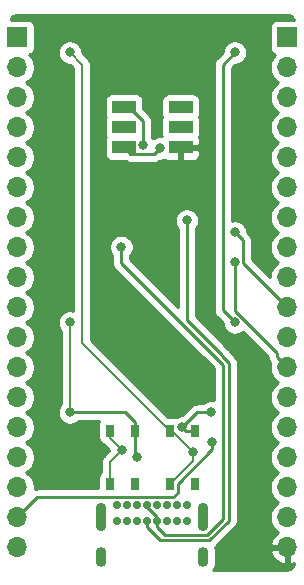
<source format=gbr>
%TF.GenerationSoftware,KiCad,Pcbnew,(5.1.8-0-10_14)*%
%TF.CreationDate,2021-07-01T23:52:50-05:00*%
%TF.ProjectId,crump-s2,6372756d-702d-4733-922e-6b696361645f,rev?*%
%TF.SameCoordinates,Original*%
%TF.FileFunction,Copper,L1,Top*%
%TF.FilePolarity,Positive*%
%FSLAX46Y46*%
G04 Gerber Fmt 4.6, Leading zero omitted, Abs format (unit mm)*
G04 Created by KiCad (PCBNEW (5.1.8-0-10_14)) date 2021-07-01 23:52:50*
%MOMM*%
%LPD*%
G01*
G04 APERTURE LIST*
%TA.AperFunction,SMDPad,CuDef*%
%ADD10R,2.000000X1.100000*%
%TD*%
%TA.AperFunction,SMDPad,CuDef*%
%ADD11R,0.700000X1.000000*%
%TD*%
%TA.AperFunction,ComponentPad*%
%ADD12O,0.900000X1.700000*%
%TD*%
%TA.AperFunction,ComponentPad*%
%ADD13O,0.900000X2.400000*%
%TD*%
%TA.AperFunction,ComponentPad*%
%ADD14C,0.700000*%
%TD*%
%TA.AperFunction,ComponentPad*%
%ADD15O,1.700000X1.700000*%
%TD*%
%TA.AperFunction,ComponentPad*%
%ADD16R,1.700000X1.700000*%
%TD*%
%TA.AperFunction,ViaPad*%
%ADD17C,0.800000*%
%TD*%
%TA.AperFunction,Conductor*%
%ADD18C,0.250000*%
%TD*%
%TA.AperFunction,Conductor*%
%ADD19C,0.200000*%
%TD*%
%TA.AperFunction,Conductor*%
%ADD20C,0.254000*%
%TD*%
%TA.AperFunction,Conductor*%
%ADD21C,0.100000*%
%TD*%
G04 APERTURE END LIST*
D10*
%TO.P,D2,1*%
%TO.N,/IO40*%
X37605000Y-27510000D03*
%TO.P,D2,2*%
%TO.N,/IO45*%
X37605000Y-29210000D03*
%TO.P,D2,3*%
%TO.N,GND*%
X37605000Y-30910000D03*
%TO.P,D2,4*%
%TO.N,+5V*%
X42405000Y-30910000D03*
%TO.P,D2,5*%
%TO.N,N/C*%
X42405000Y-29210000D03*
%TO.P,D2,6*%
X42405000Y-27510000D03*
%TD*%
D11*
%TO.P,SW2,2*%
%TO.N,GND*%
X43620000Y-54900000D03*
%TO.P,SW2,1*%
%TO.N,/EN*%
X41470000Y-54900000D03*
%TO.P,SW2,3*%
%TO.N,N/C*%
X43620000Y-59400000D03*
%TO.P,SW2,1*%
%TO.N,/EN*%
X41470000Y-59400000D03*
%TD*%
%TO.P,SW1,2*%
%TO.N,GND*%
X38540000Y-54900000D03*
%TO.P,SW1,1*%
%TO.N,/IO00*%
X36390000Y-54900000D03*
%TO.P,SW1,3*%
%TO.N,N/C*%
X38540000Y-59400000D03*
%TO.P,SW1,1*%
%TO.N,/IO00*%
X36390000Y-59400000D03*
%TD*%
D12*
%TO.P,J1,S1*%
%TO.N,Net-(J1-PadS1)*%
X44320500Y-65574000D03*
X35670500Y-65574000D03*
D13*
X44320500Y-62194000D03*
X35670500Y-62194000D03*
D14*
%TO.P,J1,B6*%
%TO.N,/USB_D+*%
X40420500Y-62564000D03*
%TO.P,J1,B1*%
%TO.N,GND*%
X42970500Y-62564000D03*
%TO.P,J1,B4*%
%TO.N,Net-(D1-Pad2)*%
X42120500Y-62564000D03*
%TO.P,J1,B5*%
%TO.N,Net-(J1-PadB5)*%
X41270500Y-62564000D03*
%TO.P,J1,B12*%
%TO.N,GND*%
X37020500Y-62564000D03*
%TO.P,J1,B8*%
%TO.N,N/C*%
X38720500Y-62564000D03*
%TO.P,J1,B7*%
%TO.N,/USB_D-*%
X39570500Y-62564000D03*
%TO.P,J1,B9*%
%TO.N,Net-(D1-Pad2)*%
X37870500Y-62564000D03*
%TO.P,J1,A12*%
%TO.N,GND*%
X42970500Y-61214000D03*
%TO.P,J1,A9*%
%TO.N,Net-(D1-Pad2)*%
X42120500Y-61214000D03*
%TO.P,J1,A8*%
%TO.N,N/C*%
X41270500Y-61214000D03*
%TO.P,J1,A7*%
%TO.N,/USB_D-*%
X40420500Y-61214000D03*
%TO.P,J1,A6*%
%TO.N,/USB_D+*%
X39570500Y-61214000D03*
%TO.P,J1,A5*%
%TO.N,Net-(J1-PadA5)*%
X38720500Y-61214000D03*
%TO.P,J1,A4*%
%TO.N,Net-(D1-Pad2)*%
X37870500Y-61214000D03*
%TO.P,J1,A1*%
%TO.N,GND*%
X37020500Y-61214000D03*
%TD*%
D15*
%TO.P,J2,18*%
%TO.N,+5V*%
X51435000Y-64770000D03*
%TO.P,J2,17*%
%TO.N,/IO16*%
X51435000Y-62230000D03*
%TO.P,J2,16*%
%TO.N,/IO15*%
X51435000Y-59690000D03*
%TO.P,J2,15*%
%TO.N,/IO14*%
X51435000Y-57150000D03*
%TO.P,J2,14*%
%TO.N,/IO13*%
X51435000Y-54610000D03*
%TO.P,J2,13*%
%TO.N,/IO12*%
X51435000Y-52070000D03*
%TO.P,J2,12*%
%TO.N,/IO11*%
X51435000Y-49530000D03*
%TO.P,J2,11*%
%TO.N,/IO10*%
X51435000Y-46990000D03*
%TO.P,J2,10*%
%TO.N,/IO09*%
X51435000Y-44450000D03*
%TO.P,J2,9*%
%TO.N,/IO08*%
X51435000Y-41910000D03*
%TO.P,J2,8*%
%TO.N,/IO07*%
X51435000Y-39370000D03*
%TO.P,J2,7*%
%TO.N,/IO06*%
X51435000Y-36830000D03*
%TO.P,J2,6*%
%TO.N,/IO05*%
X51435000Y-34290000D03*
%TO.P,J2,5*%
%TO.N,/IO04*%
X51435000Y-31750000D03*
%TO.P,J2,4*%
%TO.N,/IO03*%
X51435000Y-29210000D03*
%TO.P,J2,3*%
%TO.N,/IO02*%
X51435000Y-26670000D03*
%TO.P,J2,2*%
%TO.N,/IO01*%
X51435000Y-24130000D03*
D16*
%TO.P,J2,1*%
%TO.N,/IO00*%
X51435000Y-21590000D03*
%TD*%
%TO.P,J3,1*%
%TO.N,/IO46*%
X28575000Y-21590000D03*
D15*
%TO.P,J3,2*%
%TO.N,/RX*%
X28575000Y-24130000D03*
%TO.P,J3,3*%
%TO.N,/TX*%
X28575000Y-26670000D03*
%TO.P,J3,4*%
%TO.N,/IO42*%
X28575000Y-29210000D03*
%TO.P,J3,5*%
%TO.N,/IO41*%
X28575000Y-31750000D03*
%TO.P,J3,6*%
%TO.N,/IO39*%
X28575000Y-34290000D03*
%TO.P,J3,7*%
%TO.N,/IO38*%
X28575000Y-36830000D03*
%TO.P,J3,8*%
%TO.N,/IO37*%
X28575000Y-39370000D03*
%TO.P,J3,9*%
%TO.N,/IO36*%
X28575000Y-41910000D03*
%TO.P,J3,10*%
%TO.N,/IO35*%
X28575000Y-44450000D03*
%TO.P,J3,11*%
%TO.N,/IO34*%
X28575000Y-46990000D03*
%TO.P,J3,12*%
%TO.N,/IO33*%
X28575000Y-49530000D03*
%TO.P,J3,13*%
%TO.N,/IO26*%
X28575000Y-52070000D03*
%TO.P,J3,14*%
%TO.N,/IO21*%
X28575000Y-54610000D03*
%TO.P,J3,15*%
%TO.N,/IO18*%
X28575000Y-57150000D03*
%TO.P,J3,16*%
%TO.N,/IO17*%
X28575000Y-59690000D03*
%TO.P,J3,17*%
%TO.N,+3V3*%
X28575000Y-62230000D03*
%TO.P,J3,18*%
%TO.N,GND*%
X28575000Y-64770000D03*
%TD*%
D17*
%TO.N,GND*%
X40640000Y-30988000D03*
X42545000Y-54610000D03*
X42545000Y-54610000D03*
X44958000Y-53340000D03*
X38735000Y-57150000D03*
X33020000Y-53340000D03*
X33020000Y-45720000D03*
%TO.N,/USB_D+*%
X37378640Y-39344600D03*
%TO.N,/USB_D-*%
X42926000Y-37084000D03*
%TO.N,+3V3*%
X46990000Y-45720000D03*
X46990000Y-22860000D03*
X45084996Y-55880000D03*
%TO.N,/EN*%
X43434000Y-56660011D03*
X33020000Y-22860000D03*
%TO.N,/IO45*%
X37605000Y-29210000D03*
%TO.N,/IO40*%
X39205002Y-30734000D03*
%TO.N,/IO11*%
X46990000Y-40640000D03*
%TO.N,/IO09*%
X46990000Y-38100000D03*
%TO.N,/IO00*%
X37399836Y-56529714D03*
%TO.N,+5V*%
X33019992Y-58420000D03*
%TD*%
D18*
%TO.N,GND*%
X37605000Y-30910000D02*
X38154001Y-31459001D01*
X40168999Y-31459001D02*
X40640000Y-30988000D01*
X38154001Y-31459001D02*
X40168999Y-31459001D01*
X42835000Y-54900000D02*
X42545000Y-54610000D01*
X43620000Y-54900000D02*
X42835000Y-54900000D01*
X43815000Y-53340000D02*
X42545000Y-54610000D01*
X44958000Y-53340000D02*
X43815000Y-53340000D01*
X38540000Y-56955000D02*
X38735000Y-57150000D01*
X38540000Y-54900000D02*
X38540000Y-56955000D01*
X38540000Y-54900000D02*
X38540000Y-54150000D01*
X38540000Y-54150000D02*
X37730000Y-53340000D01*
X37730000Y-53340000D02*
X33020000Y-53340000D01*
D19*
X33020000Y-52774315D02*
X33020000Y-45720000D01*
X33020000Y-53340000D02*
X33020000Y-52774315D01*
D18*
%TO.N,/USB_D+*%
X39570500Y-61363002D02*
X39570500Y-61214000D01*
X40420500Y-62213002D02*
X39570500Y-61363002D01*
X40420500Y-62564000D02*
X40420500Y-62213002D01*
X44641519Y-63719010D02*
X45974000Y-62386529D01*
X40420500Y-63058974D02*
X41080536Y-63719010D01*
X37378640Y-40712748D02*
X37378640Y-39344600D01*
X45974000Y-62386529D02*
X45974000Y-49308108D01*
X40420500Y-62564000D02*
X40420500Y-63058974D01*
X41080536Y-63719010D02*
X44641519Y-63719010D01*
X45974000Y-49308108D02*
X37378640Y-40712748D01*
%TO.N,/USB_D-*%
X42926000Y-45523004D02*
X42926000Y-37649685D01*
X45910305Y-48507309D02*
X42926000Y-45523004D01*
X42926000Y-37649685D02*
X42926000Y-37084000D01*
X44827919Y-64169021D02*
X46482000Y-62514940D01*
X40680547Y-64169021D02*
X44827919Y-64169021D01*
X46482000Y-49179697D02*
X45910305Y-48608002D01*
X45910305Y-48608002D02*
X45910305Y-48507309D01*
X39570500Y-62564000D02*
X39570500Y-63058974D01*
X46482000Y-62514940D02*
X46482000Y-49179697D01*
X39570500Y-63058974D02*
X40680547Y-64169021D01*
%TO.N,+3V3*%
X45955001Y-44685001D02*
X45955001Y-23894999D01*
X46990000Y-45720000D02*
X45955001Y-44685001D01*
X45955001Y-23894999D02*
X46990000Y-22860000D01*
X28575000Y-62230000D02*
X30266001Y-60538999D01*
X42145001Y-59385680D02*
X45084996Y-56445685D01*
X42145001Y-60160001D02*
X42145001Y-59385680D01*
X30266001Y-60538999D02*
X41766003Y-60538999D01*
X41766003Y-60538999D02*
X42145001Y-60160001D01*
X45084996Y-56445685D02*
X45084996Y-55880000D01*
D19*
%TO.N,/EN*%
X41673989Y-54900000D02*
X41470000Y-54900000D01*
X43434000Y-56660011D02*
X41673989Y-54900000D01*
X43434000Y-57436000D02*
X41470000Y-59400000D01*
X43434000Y-56660011D02*
X43434000Y-57436000D01*
X34054999Y-23894999D02*
X33020000Y-22860000D01*
X41470000Y-54900000D02*
X34054999Y-47484999D01*
X34054999Y-47484999D02*
X34054999Y-23894999D01*
D18*
%TO.N,/IO40*%
X38040002Y-27510000D02*
X37605000Y-27510000D01*
X39205002Y-28675000D02*
X38040002Y-27510000D01*
X39205002Y-30734000D02*
X39205002Y-28675000D01*
%TO.N,/IO11*%
X50585001Y-48330797D02*
X46990000Y-44735796D01*
X50585001Y-48680001D02*
X50585001Y-48330797D01*
X46990000Y-44735796D02*
X46990000Y-40640000D01*
X51435000Y-49530000D02*
X50585001Y-48680001D01*
%TO.N,/IO09*%
X47678011Y-38788011D02*
X46990000Y-38100000D01*
X51435000Y-44450000D02*
X47678011Y-40693011D01*
X47678011Y-40693011D02*
X47678011Y-38788011D01*
D19*
%TO.N,/IO00*%
X36390000Y-55519878D02*
X37399836Y-56529714D01*
X36390000Y-57539550D02*
X37399836Y-56529714D01*
X36390000Y-54900000D02*
X36390000Y-55519878D01*
X36390000Y-59400000D02*
X36390000Y-57539550D01*
D18*
%TO.N,+5V*%
X34036000Y-57658000D02*
X33274000Y-58420000D01*
X33274000Y-58420000D02*
X33019992Y-58420000D01*
%TD*%
D20*
%TO.N,+5V*%
X51552869Y-19724722D02*
X51666246Y-19758953D01*
X51770819Y-19814555D01*
X51862596Y-19889407D01*
X51938091Y-19980664D01*
X51994419Y-20084844D01*
X51999708Y-20101928D01*
X50585000Y-20101928D01*
X50460518Y-20114188D01*
X50340820Y-20150498D01*
X50230506Y-20209463D01*
X50133815Y-20288815D01*
X50054463Y-20385506D01*
X49995498Y-20495820D01*
X49959188Y-20615518D01*
X49946928Y-20740000D01*
X49946928Y-22440000D01*
X49959188Y-22564482D01*
X49995498Y-22684180D01*
X50054463Y-22794494D01*
X50133815Y-22891185D01*
X50230506Y-22970537D01*
X50340820Y-23029502D01*
X50413380Y-23051513D01*
X50281525Y-23183368D01*
X50119010Y-23426589D01*
X50007068Y-23696842D01*
X49950000Y-23983740D01*
X49950000Y-24276260D01*
X50007068Y-24563158D01*
X50119010Y-24833411D01*
X50281525Y-25076632D01*
X50488368Y-25283475D01*
X50662760Y-25400000D01*
X50488368Y-25516525D01*
X50281525Y-25723368D01*
X50119010Y-25966589D01*
X50007068Y-26236842D01*
X49950000Y-26523740D01*
X49950000Y-26816260D01*
X50007068Y-27103158D01*
X50119010Y-27373411D01*
X50281525Y-27616632D01*
X50488368Y-27823475D01*
X50662760Y-27940000D01*
X50488368Y-28056525D01*
X50281525Y-28263368D01*
X50119010Y-28506589D01*
X50007068Y-28776842D01*
X49950000Y-29063740D01*
X49950000Y-29356260D01*
X50007068Y-29643158D01*
X50119010Y-29913411D01*
X50281525Y-30156632D01*
X50488368Y-30363475D01*
X50662760Y-30480000D01*
X50488368Y-30596525D01*
X50281525Y-30803368D01*
X50119010Y-31046589D01*
X50007068Y-31316842D01*
X49950000Y-31603740D01*
X49950000Y-31896260D01*
X50007068Y-32183158D01*
X50119010Y-32453411D01*
X50281525Y-32696632D01*
X50488368Y-32903475D01*
X50662760Y-33020000D01*
X50488368Y-33136525D01*
X50281525Y-33343368D01*
X50119010Y-33586589D01*
X50007068Y-33856842D01*
X49950000Y-34143740D01*
X49950000Y-34436260D01*
X50007068Y-34723158D01*
X50119010Y-34993411D01*
X50281525Y-35236632D01*
X50488368Y-35443475D01*
X50662760Y-35560000D01*
X50488368Y-35676525D01*
X50281525Y-35883368D01*
X50119010Y-36126589D01*
X50007068Y-36396842D01*
X49950000Y-36683740D01*
X49950000Y-36976260D01*
X50007068Y-37263158D01*
X50119010Y-37533411D01*
X50281525Y-37776632D01*
X50488368Y-37983475D01*
X50662760Y-38100000D01*
X50488368Y-38216525D01*
X50281525Y-38423368D01*
X50119010Y-38666589D01*
X50007068Y-38936842D01*
X49950000Y-39223740D01*
X49950000Y-39516260D01*
X50007068Y-39803158D01*
X50119010Y-40073411D01*
X50281525Y-40316632D01*
X50488368Y-40523475D01*
X50662760Y-40640000D01*
X50488368Y-40756525D01*
X50281525Y-40963368D01*
X50119010Y-41206589D01*
X50007068Y-41476842D01*
X49950000Y-41763740D01*
X49950000Y-41890199D01*
X48438011Y-40378210D01*
X48438011Y-38825333D01*
X48441687Y-38788010D01*
X48438011Y-38750687D01*
X48438011Y-38750678D01*
X48427014Y-38639025D01*
X48383557Y-38495764D01*
X48312985Y-38363735D01*
X48299822Y-38347696D01*
X48241810Y-38277007D01*
X48241806Y-38277003D01*
X48218012Y-38248010D01*
X48189019Y-38224216D01*
X48025000Y-38060198D01*
X48025000Y-37998061D01*
X47985226Y-37798102D01*
X47907205Y-37609744D01*
X47793937Y-37440226D01*
X47649774Y-37296063D01*
X47480256Y-37182795D01*
X47291898Y-37104774D01*
X47091939Y-37065000D01*
X46888061Y-37065000D01*
X46715001Y-37099423D01*
X46715001Y-24209800D01*
X47029802Y-23895000D01*
X47091939Y-23895000D01*
X47291898Y-23855226D01*
X47480256Y-23777205D01*
X47649774Y-23663937D01*
X47793937Y-23519774D01*
X47907205Y-23350256D01*
X47985226Y-23161898D01*
X48025000Y-22961939D01*
X48025000Y-22758061D01*
X47985226Y-22558102D01*
X47907205Y-22369744D01*
X47793937Y-22200226D01*
X47649774Y-22056063D01*
X47480256Y-21942795D01*
X47291898Y-21864774D01*
X47091939Y-21825000D01*
X46888061Y-21825000D01*
X46688102Y-21864774D01*
X46499744Y-21942795D01*
X46330226Y-22056063D01*
X46186063Y-22200226D01*
X46072795Y-22369744D01*
X45994774Y-22558102D01*
X45955000Y-22758061D01*
X45955000Y-22820198D01*
X45443999Y-23331200D01*
X45415001Y-23354998D01*
X45391203Y-23383996D01*
X45391202Y-23383997D01*
X45320027Y-23470723D01*
X45249455Y-23602753D01*
X45205999Y-23746014D01*
X45191325Y-23894999D01*
X45195002Y-23932332D01*
X45195001Y-44647679D01*
X45191325Y-44685001D01*
X45195001Y-44722323D01*
X45195001Y-44722333D01*
X45205998Y-44833986D01*
X45243982Y-44959205D01*
X45249455Y-44977247D01*
X45320027Y-45109277D01*
X45356247Y-45153411D01*
X45415000Y-45225002D01*
X45444003Y-45248805D01*
X45955000Y-45759802D01*
X45955000Y-45821939D01*
X45994774Y-46021898D01*
X46072795Y-46210256D01*
X46186063Y-46379774D01*
X46330226Y-46523937D01*
X46499744Y-46637205D01*
X46688102Y-46715226D01*
X46888061Y-46755000D01*
X47091939Y-46755000D01*
X47291898Y-46715226D01*
X47480256Y-46637205D01*
X47649774Y-46523937D01*
X47676557Y-46497154D01*
X49824739Y-48645337D01*
X49821325Y-48680001D01*
X49825001Y-48717323D01*
X49825001Y-48717333D01*
X49835998Y-48828986D01*
X49867121Y-48931585D01*
X49879455Y-48972247D01*
X49950027Y-49104277D01*
X49981218Y-49142283D01*
X49994749Y-49158771D01*
X49950000Y-49383740D01*
X49950000Y-49676260D01*
X50007068Y-49963158D01*
X50119010Y-50233411D01*
X50281525Y-50476632D01*
X50488368Y-50683475D01*
X50662760Y-50800000D01*
X50488368Y-50916525D01*
X50281525Y-51123368D01*
X50119010Y-51366589D01*
X50007068Y-51636842D01*
X49950000Y-51923740D01*
X49950000Y-52216260D01*
X50007068Y-52503158D01*
X50119010Y-52773411D01*
X50281525Y-53016632D01*
X50488368Y-53223475D01*
X50662760Y-53340000D01*
X50488368Y-53456525D01*
X50281525Y-53663368D01*
X50119010Y-53906589D01*
X50007068Y-54176842D01*
X49950000Y-54463740D01*
X49950000Y-54756260D01*
X50007068Y-55043158D01*
X50119010Y-55313411D01*
X50281525Y-55556632D01*
X50488368Y-55763475D01*
X50662760Y-55880000D01*
X50488368Y-55996525D01*
X50281525Y-56203368D01*
X50119010Y-56446589D01*
X50007068Y-56716842D01*
X49950000Y-57003740D01*
X49950000Y-57296260D01*
X50007068Y-57583158D01*
X50119010Y-57853411D01*
X50281525Y-58096632D01*
X50488368Y-58303475D01*
X50662760Y-58420000D01*
X50488368Y-58536525D01*
X50281525Y-58743368D01*
X50119010Y-58986589D01*
X50007068Y-59256842D01*
X49950000Y-59543740D01*
X49950000Y-59836260D01*
X50007068Y-60123158D01*
X50119010Y-60393411D01*
X50281525Y-60636632D01*
X50488368Y-60843475D01*
X50662760Y-60960000D01*
X50488368Y-61076525D01*
X50281525Y-61283368D01*
X50119010Y-61526589D01*
X50007068Y-61796842D01*
X49950000Y-62083740D01*
X49950000Y-62376260D01*
X50007068Y-62663158D01*
X50119010Y-62933411D01*
X50281525Y-63176632D01*
X50488368Y-63383475D01*
X50670534Y-63505195D01*
X50553645Y-63574822D01*
X50337412Y-63769731D01*
X50163359Y-64003080D01*
X50038175Y-64265901D01*
X49993524Y-64413110D01*
X50114845Y-64643000D01*
X51308000Y-64643000D01*
X51308000Y-64623000D01*
X51562000Y-64623000D01*
X51562000Y-64643000D01*
X51582000Y-64643000D01*
X51582000Y-64897000D01*
X51562000Y-64897000D01*
X51562000Y-66090814D01*
X51791891Y-66211481D01*
X52033422Y-66125803D01*
X52030278Y-66157869D01*
X51996047Y-66271246D01*
X51940446Y-66375817D01*
X51865594Y-66467595D01*
X51774335Y-66543091D01*
X51670160Y-66599419D01*
X51557024Y-66634440D01*
X51408979Y-66650000D01*
X45169323Y-66650000D01*
X45227009Y-66579710D01*
X45327759Y-66391220D01*
X45389800Y-66186696D01*
X45405500Y-66027293D01*
X45405500Y-65126890D01*
X49993524Y-65126890D01*
X50038175Y-65274099D01*
X50163359Y-65536920D01*
X50337412Y-65770269D01*
X50553645Y-65965178D01*
X50803748Y-66114157D01*
X51078109Y-66211481D01*
X51308000Y-66090814D01*
X51308000Y-64897000D01*
X50114845Y-64897000D01*
X49993524Y-65126890D01*
X45405500Y-65126890D01*
X45405500Y-65120706D01*
X45389800Y-64961303D01*
X45327759Y-64756780D01*
X45322261Y-64746494D01*
X45367920Y-64709022D01*
X45391723Y-64680018D01*
X46993004Y-63078738D01*
X47022001Y-63054941D01*
X47116974Y-62939216D01*
X47187546Y-62807187D01*
X47231003Y-62663926D01*
X47242000Y-62552273D01*
X47242000Y-62552265D01*
X47245676Y-62514940D01*
X47242000Y-62477615D01*
X47242000Y-49217020D01*
X47245676Y-49179697D01*
X47242000Y-49142374D01*
X47242000Y-49142364D01*
X47231003Y-49030711D01*
X47187546Y-48887450D01*
X47116974Y-48755421D01*
X47022001Y-48639696D01*
X46993002Y-48615897D01*
X46626164Y-48249060D01*
X46615851Y-48215062D01*
X46545279Y-48083033D01*
X46474104Y-47996306D01*
X46450306Y-47967308D01*
X46421308Y-47943510D01*
X43686000Y-45208203D01*
X43686000Y-37787711D01*
X43729937Y-37743774D01*
X43843205Y-37574256D01*
X43921226Y-37385898D01*
X43961000Y-37185939D01*
X43961000Y-36982061D01*
X43921226Y-36782102D01*
X43843205Y-36593744D01*
X43729937Y-36424226D01*
X43585774Y-36280063D01*
X43416256Y-36166795D01*
X43227898Y-36088774D01*
X43027939Y-36049000D01*
X42824061Y-36049000D01*
X42624102Y-36088774D01*
X42435744Y-36166795D01*
X42266226Y-36280063D01*
X42122063Y-36424226D01*
X42008795Y-36593744D01*
X41930774Y-36782102D01*
X41891000Y-36982061D01*
X41891000Y-37185939D01*
X41930774Y-37385898D01*
X42008795Y-37574256D01*
X42122063Y-37743774D01*
X42166001Y-37787712D01*
X42166000Y-44425307D01*
X38138640Y-40397947D01*
X38138640Y-40048311D01*
X38182577Y-40004374D01*
X38295845Y-39834856D01*
X38373866Y-39646498D01*
X38413640Y-39446539D01*
X38413640Y-39242661D01*
X38373866Y-39042702D01*
X38295845Y-38854344D01*
X38182577Y-38684826D01*
X38038414Y-38540663D01*
X37868896Y-38427395D01*
X37680538Y-38349374D01*
X37480579Y-38309600D01*
X37276701Y-38309600D01*
X37076742Y-38349374D01*
X36888384Y-38427395D01*
X36718866Y-38540663D01*
X36574703Y-38684826D01*
X36461435Y-38854344D01*
X36383414Y-39042702D01*
X36343640Y-39242661D01*
X36343640Y-39446539D01*
X36383414Y-39646498D01*
X36461435Y-39834856D01*
X36574703Y-40004374D01*
X36618640Y-40048311D01*
X36618640Y-40675425D01*
X36614964Y-40712748D01*
X36618640Y-40750070D01*
X36618640Y-40750080D01*
X36629637Y-40861733D01*
X36660467Y-40963368D01*
X36673094Y-41004994D01*
X36743666Y-41137024D01*
X36783511Y-41185574D01*
X36838639Y-41252749D01*
X36867643Y-41276552D01*
X45214001Y-49622911D01*
X45214001Y-52335645D01*
X45059939Y-52305000D01*
X44856061Y-52305000D01*
X44656102Y-52344774D01*
X44467744Y-52422795D01*
X44298226Y-52536063D01*
X44254289Y-52580000D01*
X43852322Y-52580000D01*
X43814999Y-52576324D01*
X43777676Y-52580000D01*
X43777667Y-52580000D01*
X43666014Y-52590997D01*
X43522753Y-52634454D01*
X43390724Y-52705026D01*
X43274999Y-52799999D01*
X43251201Y-52828997D01*
X42505199Y-53575000D01*
X42443061Y-53575000D01*
X42243102Y-53614774D01*
X42054744Y-53692795D01*
X41934414Y-53773196D01*
X41820000Y-53761928D01*
X41371375Y-53761928D01*
X34789999Y-47180553D01*
X34789999Y-26960000D01*
X35966928Y-26960000D01*
X35966928Y-28060000D01*
X35979188Y-28184482D01*
X36015498Y-28304180D01*
X36045335Y-28360000D01*
X36015498Y-28415820D01*
X35979188Y-28535518D01*
X35966928Y-28660000D01*
X35966928Y-29760000D01*
X35979188Y-29884482D01*
X36015498Y-30004180D01*
X36045335Y-30060000D01*
X36015498Y-30115820D01*
X35979188Y-30235518D01*
X35966928Y-30360000D01*
X35966928Y-31460000D01*
X35979188Y-31584482D01*
X36015498Y-31704180D01*
X36074463Y-31814494D01*
X36153815Y-31911185D01*
X36250506Y-31990537D01*
X36360820Y-32049502D01*
X36480518Y-32085812D01*
X36605000Y-32098072D01*
X37737390Y-32098072D01*
X37861754Y-32164547D01*
X38005015Y-32208004D01*
X38116668Y-32219001D01*
X38116676Y-32219001D01*
X38154001Y-32222677D01*
X38191326Y-32219001D01*
X40131677Y-32219001D01*
X40168999Y-32222677D01*
X40206321Y-32219001D01*
X40206332Y-32219001D01*
X40317985Y-32208004D01*
X40461246Y-32164547D01*
X40593275Y-32093975D01*
X40679758Y-32023000D01*
X40741939Y-32023000D01*
X40941898Y-31983226D01*
X41008156Y-31955781D01*
X41050506Y-31990537D01*
X41160820Y-32049502D01*
X41280518Y-32085812D01*
X41405000Y-32098072D01*
X42119250Y-32095000D01*
X42278000Y-31936250D01*
X42278000Y-31037000D01*
X42532000Y-31037000D01*
X42532000Y-31936250D01*
X42690750Y-32095000D01*
X43405000Y-32098072D01*
X43529482Y-32085812D01*
X43649180Y-32049502D01*
X43759494Y-31990537D01*
X43856185Y-31911185D01*
X43935537Y-31814494D01*
X43994502Y-31704180D01*
X44030812Y-31584482D01*
X44043072Y-31460000D01*
X44040000Y-31195750D01*
X43881250Y-31037000D01*
X42532000Y-31037000D01*
X42278000Y-31037000D01*
X42258000Y-31037000D01*
X42258000Y-30783000D01*
X42278000Y-30783000D01*
X42278000Y-30763000D01*
X42532000Y-30763000D01*
X42532000Y-30783000D01*
X43881250Y-30783000D01*
X44040000Y-30624250D01*
X44043072Y-30360000D01*
X44030812Y-30235518D01*
X43994502Y-30115820D01*
X43964665Y-30060000D01*
X43994502Y-30004180D01*
X44030812Y-29884482D01*
X44043072Y-29760000D01*
X44043072Y-28660000D01*
X44030812Y-28535518D01*
X43994502Y-28415820D01*
X43964665Y-28360000D01*
X43994502Y-28304180D01*
X44030812Y-28184482D01*
X44043072Y-28060000D01*
X44043072Y-26960000D01*
X44030812Y-26835518D01*
X43994502Y-26715820D01*
X43935537Y-26605506D01*
X43856185Y-26508815D01*
X43759494Y-26429463D01*
X43649180Y-26370498D01*
X43529482Y-26334188D01*
X43405000Y-26321928D01*
X41405000Y-26321928D01*
X41280518Y-26334188D01*
X41160820Y-26370498D01*
X41050506Y-26429463D01*
X40953815Y-26508815D01*
X40874463Y-26605506D01*
X40815498Y-26715820D01*
X40779188Y-26835518D01*
X40766928Y-26960000D01*
X40766928Y-28060000D01*
X40779188Y-28184482D01*
X40815498Y-28304180D01*
X40845335Y-28360000D01*
X40815498Y-28415820D01*
X40779188Y-28535518D01*
X40766928Y-28660000D01*
X40766928Y-29760000D01*
X40779188Y-29884482D01*
X40803699Y-29965285D01*
X40741939Y-29953000D01*
X40538061Y-29953000D01*
X40338102Y-29992774D01*
X40149744Y-30070795D01*
X40050815Y-30136897D01*
X40008939Y-30074226D01*
X39965002Y-30030289D01*
X39965002Y-28712323D01*
X39968678Y-28675000D01*
X39965002Y-28637677D01*
X39965002Y-28637667D01*
X39954005Y-28526014D01*
X39910548Y-28382753D01*
X39839976Y-28250724D01*
X39745003Y-28134999D01*
X39716005Y-28111201D01*
X39243072Y-27638268D01*
X39243072Y-26960000D01*
X39230812Y-26835518D01*
X39194502Y-26715820D01*
X39135537Y-26605506D01*
X39056185Y-26508815D01*
X38959494Y-26429463D01*
X38849180Y-26370498D01*
X38729482Y-26334188D01*
X38605000Y-26321928D01*
X36605000Y-26321928D01*
X36480518Y-26334188D01*
X36360820Y-26370498D01*
X36250506Y-26429463D01*
X36153815Y-26508815D01*
X36074463Y-26605506D01*
X36015498Y-26715820D01*
X35979188Y-26835518D01*
X35966928Y-26960000D01*
X34789999Y-26960000D01*
X34789999Y-23931104D01*
X34793555Y-23894999D01*
X34779364Y-23750914D01*
X34737336Y-23612365D01*
X34669086Y-23484679D01*
X34600252Y-23400805D01*
X34577237Y-23372761D01*
X34549192Y-23349745D01*
X34055000Y-22855554D01*
X34055000Y-22758061D01*
X34015226Y-22558102D01*
X33937205Y-22369744D01*
X33823937Y-22200226D01*
X33679774Y-22056063D01*
X33510256Y-21942795D01*
X33321898Y-21864774D01*
X33121939Y-21825000D01*
X32918061Y-21825000D01*
X32718102Y-21864774D01*
X32529744Y-21942795D01*
X32360226Y-22056063D01*
X32216063Y-22200226D01*
X32102795Y-22369744D01*
X32024774Y-22558102D01*
X31985000Y-22758061D01*
X31985000Y-22961939D01*
X32024774Y-23161898D01*
X32102795Y-23350256D01*
X32216063Y-23519774D01*
X32360226Y-23663937D01*
X32529744Y-23777205D01*
X32718102Y-23855226D01*
X32918061Y-23895000D01*
X33015554Y-23895000D01*
X33320000Y-24199447D01*
X33319999Y-44724396D01*
X33121939Y-44685000D01*
X32918061Y-44685000D01*
X32718102Y-44724774D01*
X32529744Y-44802795D01*
X32360226Y-44916063D01*
X32216063Y-45060226D01*
X32102795Y-45229744D01*
X32024774Y-45418102D01*
X31985000Y-45618061D01*
X31985000Y-45821939D01*
X32024774Y-46021898D01*
X32102795Y-46210256D01*
X32216063Y-46379774D01*
X32285001Y-46448712D01*
X32285000Y-52611289D01*
X32216063Y-52680226D01*
X32102795Y-52849744D01*
X32024774Y-53038102D01*
X31985000Y-53238061D01*
X31985000Y-53441939D01*
X32024774Y-53641898D01*
X32102795Y-53830256D01*
X32216063Y-53999774D01*
X32360226Y-54143937D01*
X32529744Y-54257205D01*
X32718102Y-54335226D01*
X32918061Y-54375000D01*
X33121939Y-54375000D01*
X33321898Y-54335226D01*
X33510256Y-54257205D01*
X33679774Y-54143937D01*
X33723711Y-54100000D01*
X35480335Y-54100000D01*
X35450498Y-54155820D01*
X35414188Y-54275518D01*
X35401928Y-54400000D01*
X35401928Y-55400000D01*
X35414188Y-55524482D01*
X35450498Y-55644180D01*
X35509463Y-55754494D01*
X35588815Y-55851185D01*
X35685506Y-55930537D01*
X35795820Y-55989502D01*
X35834118Y-56001120D01*
X35867763Y-56042116D01*
X35895808Y-56065132D01*
X36360390Y-56529714D01*
X35895808Y-56994296D01*
X35867763Y-57017312D01*
X35775914Y-57129230D01*
X35740926Y-57194688D01*
X35707664Y-57256917D01*
X35665635Y-57395465D01*
X35651444Y-57539550D01*
X35655001Y-57575665D01*
X35655001Y-58394498D01*
X35588815Y-58448815D01*
X35509463Y-58545506D01*
X35450498Y-58655820D01*
X35414188Y-58775518D01*
X35401928Y-58900000D01*
X35401928Y-59778999D01*
X30303334Y-59778999D01*
X30266001Y-59775322D01*
X30228668Y-59778999D01*
X30117015Y-59789996D01*
X30060000Y-59807291D01*
X30060000Y-59543740D01*
X30002932Y-59256842D01*
X29890990Y-58986589D01*
X29728475Y-58743368D01*
X29521632Y-58536525D01*
X29347240Y-58420000D01*
X29521632Y-58303475D01*
X29728475Y-58096632D01*
X29890990Y-57853411D01*
X30002932Y-57583158D01*
X30060000Y-57296260D01*
X30060000Y-57003740D01*
X30002932Y-56716842D01*
X29890990Y-56446589D01*
X29728475Y-56203368D01*
X29521632Y-55996525D01*
X29347240Y-55880000D01*
X29521632Y-55763475D01*
X29728475Y-55556632D01*
X29890990Y-55313411D01*
X30002932Y-55043158D01*
X30060000Y-54756260D01*
X30060000Y-54463740D01*
X30002932Y-54176842D01*
X29890990Y-53906589D01*
X29728475Y-53663368D01*
X29521632Y-53456525D01*
X29347240Y-53340000D01*
X29521632Y-53223475D01*
X29728475Y-53016632D01*
X29890990Y-52773411D01*
X30002932Y-52503158D01*
X30060000Y-52216260D01*
X30060000Y-51923740D01*
X30002932Y-51636842D01*
X29890990Y-51366589D01*
X29728475Y-51123368D01*
X29521632Y-50916525D01*
X29347240Y-50800000D01*
X29521632Y-50683475D01*
X29728475Y-50476632D01*
X29890990Y-50233411D01*
X30002932Y-49963158D01*
X30060000Y-49676260D01*
X30060000Y-49383740D01*
X30002932Y-49096842D01*
X29890990Y-48826589D01*
X29728475Y-48583368D01*
X29521632Y-48376525D01*
X29347240Y-48260000D01*
X29521632Y-48143475D01*
X29728475Y-47936632D01*
X29890990Y-47693411D01*
X30002932Y-47423158D01*
X30060000Y-47136260D01*
X30060000Y-46843740D01*
X30002932Y-46556842D01*
X29890990Y-46286589D01*
X29728475Y-46043368D01*
X29521632Y-45836525D01*
X29347240Y-45720000D01*
X29521632Y-45603475D01*
X29728475Y-45396632D01*
X29890990Y-45153411D01*
X30002932Y-44883158D01*
X30060000Y-44596260D01*
X30060000Y-44303740D01*
X30002932Y-44016842D01*
X29890990Y-43746589D01*
X29728475Y-43503368D01*
X29521632Y-43296525D01*
X29347240Y-43180000D01*
X29521632Y-43063475D01*
X29728475Y-42856632D01*
X29890990Y-42613411D01*
X30002932Y-42343158D01*
X30060000Y-42056260D01*
X30060000Y-41763740D01*
X30002932Y-41476842D01*
X29890990Y-41206589D01*
X29728475Y-40963368D01*
X29521632Y-40756525D01*
X29347240Y-40640000D01*
X29521632Y-40523475D01*
X29728475Y-40316632D01*
X29890990Y-40073411D01*
X30002932Y-39803158D01*
X30060000Y-39516260D01*
X30060000Y-39223740D01*
X30002932Y-38936842D01*
X29890990Y-38666589D01*
X29728475Y-38423368D01*
X29521632Y-38216525D01*
X29347240Y-38100000D01*
X29521632Y-37983475D01*
X29728475Y-37776632D01*
X29890990Y-37533411D01*
X30002932Y-37263158D01*
X30060000Y-36976260D01*
X30060000Y-36683740D01*
X30002932Y-36396842D01*
X29890990Y-36126589D01*
X29728475Y-35883368D01*
X29521632Y-35676525D01*
X29347240Y-35560000D01*
X29521632Y-35443475D01*
X29728475Y-35236632D01*
X29890990Y-34993411D01*
X30002932Y-34723158D01*
X30060000Y-34436260D01*
X30060000Y-34143740D01*
X30002932Y-33856842D01*
X29890990Y-33586589D01*
X29728475Y-33343368D01*
X29521632Y-33136525D01*
X29347240Y-33020000D01*
X29521632Y-32903475D01*
X29728475Y-32696632D01*
X29890990Y-32453411D01*
X30002932Y-32183158D01*
X30060000Y-31896260D01*
X30060000Y-31603740D01*
X30002932Y-31316842D01*
X29890990Y-31046589D01*
X29728475Y-30803368D01*
X29521632Y-30596525D01*
X29347240Y-30480000D01*
X29521632Y-30363475D01*
X29728475Y-30156632D01*
X29890990Y-29913411D01*
X30002932Y-29643158D01*
X30060000Y-29356260D01*
X30060000Y-29063740D01*
X30002932Y-28776842D01*
X29890990Y-28506589D01*
X29728475Y-28263368D01*
X29521632Y-28056525D01*
X29347240Y-27940000D01*
X29521632Y-27823475D01*
X29728475Y-27616632D01*
X29890990Y-27373411D01*
X30002932Y-27103158D01*
X30060000Y-26816260D01*
X30060000Y-26523740D01*
X30002932Y-26236842D01*
X29890990Y-25966589D01*
X29728475Y-25723368D01*
X29521632Y-25516525D01*
X29347240Y-25400000D01*
X29521632Y-25283475D01*
X29728475Y-25076632D01*
X29890990Y-24833411D01*
X30002932Y-24563158D01*
X30060000Y-24276260D01*
X30060000Y-23983740D01*
X30002932Y-23696842D01*
X29890990Y-23426589D01*
X29728475Y-23183368D01*
X29596620Y-23051513D01*
X29669180Y-23029502D01*
X29779494Y-22970537D01*
X29876185Y-22891185D01*
X29955537Y-22794494D01*
X30014502Y-22684180D01*
X30050812Y-22564482D01*
X30063072Y-22440000D01*
X30063072Y-20740000D01*
X30050812Y-20615518D01*
X30014502Y-20495820D01*
X29955537Y-20385506D01*
X29876185Y-20288815D01*
X29779494Y-20209463D01*
X29669180Y-20150498D01*
X29549482Y-20114188D01*
X29425000Y-20101928D01*
X28009976Y-20101928D01*
X28013953Y-20088754D01*
X28069555Y-19984181D01*
X28144407Y-19892404D01*
X28235664Y-19816909D01*
X28339844Y-19760581D01*
X28452976Y-19725560D01*
X28601022Y-19710000D01*
X51402721Y-19710000D01*
X51552869Y-19724722D01*
%TA.AperFunction,Conductor*%
D21*
G36*
X51552869Y-19724722D02*
G01*
X51666246Y-19758953D01*
X51770819Y-19814555D01*
X51862596Y-19889407D01*
X51938091Y-19980664D01*
X51994419Y-20084844D01*
X51999708Y-20101928D01*
X50585000Y-20101928D01*
X50460518Y-20114188D01*
X50340820Y-20150498D01*
X50230506Y-20209463D01*
X50133815Y-20288815D01*
X50054463Y-20385506D01*
X49995498Y-20495820D01*
X49959188Y-20615518D01*
X49946928Y-20740000D01*
X49946928Y-22440000D01*
X49959188Y-22564482D01*
X49995498Y-22684180D01*
X50054463Y-22794494D01*
X50133815Y-22891185D01*
X50230506Y-22970537D01*
X50340820Y-23029502D01*
X50413380Y-23051513D01*
X50281525Y-23183368D01*
X50119010Y-23426589D01*
X50007068Y-23696842D01*
X49950000Y-23983740D01*
X49950000Y-24276260D01*
X50007068Y-24563158D01*
X50119010Y-24833411D01*
X50281525Y-25076632D01*
X50488368Y-25283475D01*
X50662760Y-25400000D01*
X50488368Y-25516525D01*
X50281525Y-25723368D01*
X50119010Y-25966589D01*
X50007068Y-26236842D01*
X49950000Y-26523740D01*
X49950000Y-26816260D01*
X50007068Y-27103158D01*
X50119010Y-27373411D01*
X50281525Y-27616632D01*
X50488368Y-27823475D01*
X50662760Y-27940000D01*
X50488368Y-28056525D01*
X50281525Y-28263368D01*
X50119010Y-28506589D01*
X50007068Y-28776842D01*
X49950000Y-29063740D01*
X49950000Y-29356260D01*
X50007068Y-29643158D01*
X50119010Y-29913411D01*
X50281525Y-30156632D01*
X50488368Y-30363475D01*
X50662760Y-30480000D01*
X50488368Y-30596525D01*
X50281525Y-30803368D01*
X50119010Y-31046589D01*
X50007068Y-31316842D01*
X49950000Y-31603740D01*
X49950000Y-31896260D01*
X50007068Y-32183158D01*
X50119010Y-32453411D01*
X50281525Y-32696632D01*
X50488368Y-32903475D01*
X50662760Y-33020000D01*
X50488368Y-33136525D01*
X50281525Y-33343368D01*
X50119010Y-33586589D01*
X50007068Y-33856842D01*
X49950000Y-34143740D01*
X49950000Y-34436260D01*
X50007068Y-34723158D01*
X50119010Y-34993411D01*
X50281525Y-35236632D01*
X50488368Y-35443475D01*
X50662760Y-35560000D01*
X50488368Y-35676525D01*
X50281525Y-35883368D01*
X50119010Y-36126589D01*
X50007068Y-36396842D01*
X49950000Y-36683740D01*
X49950000Y-36976260D01*
X50007068Y-37263158D01*
X50119010Y-37533411D01*
X50281525Y-37776632D01*
X50488368Y-37983475D01*
X50662760Y-38100000D01*
X50488368Y-38216525D01*
X50281525Y-38423368D01*
X50119010Y-38666589D01*
X50007068Y-38936842D01*
X49950000Y-39223740D01*
X49950000Y-39516260D01*
X50007068Y-39803158D01*
X50119010Y-40073411D01*
X50281525Y-40316632D01*
X50488368Y-40523475D01*
X50662760Y-40640000D01*
X50488368Y-40756525D01*
X50281525Y-40963368D01*
X50119010Y-41206589D01*
X50007068Y-41476842D01*
X49950000Y-41763740D01*
X49950000Y-41890199D01*
X48438011Y-40378210D01*
X48438011Y-38825333D01*
X48441687Y-38788010D01*
X48438011Y-38750687D01*
X48438011Y-38750678D01*
X48427014Y-38639025D01*
X48383557Y-38495764D01*
X48312985Y-38363735D01*
X48299822Y-38347696D01*
X48241810Y-38277007D01*
X48241806Y-38277003D01*
X48218012Y-38248010D01*
X48189019Y-38224216D01*
X48025000Y-38060198D01*
X48025000Y-37998061D01*
X47985226Y-37798102D01*
X47907205Y-37609744D01*
X47793937Y-37440226D01*
X47649774Y-37296063D01*
X47480256Y-37182795D01*
X47291898Y-37104774D01*
X47091939Y-37065000D01*
X46888061Y-37065000D01*
X46715001Y-37099423D01*
X46715001Y-24209800D01*
X47029802Y-23895000D01*
X47091939Y-23895000D01*
X47291898Y-23855226D01*
X47480256Y-23777205D01*
X47649774Y-23663937D01*
X47793937Y-23519774D01*
X47907205Y-23350256D01*
X47985226Y-23161898D01*
X48025000Y-22961939D01*
X48025000Y-22758061D01*
X47985226Y-22558102D01*
X47907205Y-22369744D01*
X47793937Y-22200226D01*
X47649774Y-22056063D01*
X47480256Y-21942795D01*
X47291898Y-21864774D01*
X47091939Y-21825000D01*
X46888061Y-21825000D01*
X46688102Y-21864774D01*
X46499744Y-21942795D01*
X46330226Y-22056063D01*
X46186063Y-22200226D01*
X46072795Y-22369744D01*
X45994774Y-22558102D01*
X45955000Y-22758061D01*
X45955000Y-22820198D01*
X45443999Y-23331200D01*
X45415001Y-23354998D01*
X45391203Y-23383996D01*
X45391202Y-23383997D01*
X45320027Y-23470723D01*
X45249455Y-23602753D01*
X45205999Y-23746014D01*
X45191325Y-23894999D01*
X45195002Y-23932332D01*
X45195001Y-44647679D01*
X45191325Y-44685001D01*
X45195001Y-44722323D01*
X45195001Y-44722333D01*
X45205998Y-44833986D01*
X45243982Y-44959205D01*
X45249455Y-44977247D01*
X45320027Y-45109277D01*
X45356247Y-45153411D01*
X45415000Y-45225002D01*
X45444003Y-45248805D01*
X45955000Y-45759802D01*
X45955000Y-45821939D01*
X45994774Y-46021898D01*
X46072795Y-46210256D01*
X46186063Y-46379774D01*
X46330226Y-46523937D01*
X46499744Y-46637205D01*
X46688102Y-46715226D01*
X46888061Y-46755000D01*
X47091939Y-46755000D01*
X47291898Y-46715226D01*
X47480256Y-46637205D01*
X47649774Y-46523937D01*
X47676557Y-46497154D01*
X49824739Y-48645337D01*
X49821325Y-48680001D01*
X49825001Y-48717323D01*
X49825001Y-48717333D01*
X49835998Y-48828986D01*
X49867121Y-48931585D01*
X49879455Y-48972247D01*
X49950027Y-49104277D01*
X49981218Y-49142283D01*
X49994749Y-49158771D01*
X49950000Y-49383740D01*
X49950000Y-49676260D01*
X50007068Y-49963158D01*
X50119010Y-50233411D01*
X50281525Y-50476632D01*
X50488368Y-50683475D01*
X50662760Y-50800000D01*
X50488368Y-50916525D01*
X50281525Y-51123368D01*
X50119010Y-51366589D01*
X50007068Y-51636842D01*
X49950000Y-51923740D01*
X49950000Y-52216260D01*
X50007068Y-52503158D01*
X50119010Y-52773411D01*
X50281525Y-53016632D01*
X50488368Y-53223475D01*
X50662760Y-53340000D01*
X50488368Y-53456525D01*
X50281525Y-53663368D01*
X50119010Y-53906589D01*
X50007068Y-54176842D01*
X49950000Y-54463740D01*
X49950000Y-54756260D01*
X50007068Y-55043158D01*
X50119010Y-55313411D01*
X50281525Y-55556632D01*
X50488368Y-55763475D01*
X50662760Y-55880000D01*
X50488368Y-55996525D01*
X50281525Y-56203368D01*
X50119010Y-56446589D01*
X50007068Y-56716842D01*
X49950000Y-57003740D01*
X49950000Y-57296260D01*
X50007068Y-57583158D01*
X50119010Y-57853411D01*
X50281525Y-58096632D01*
X50488368Y-58303475D01*
X50662760Y-58420000D01*
X50488368Y-58536525D01*
X50281525Y-58743368D01*
X50119010Y-58986589D01*
X50007068Y-59256842D01*
X49950000Y-59543740D01*
X49950000Y-59836260D01*
X50007068Y-60123158D01*
X50119010Y-60393411D01*
X50281525Y-60636632D01*
X50488368Y-60843475D01*
X50662760Y-60960000D01*
X50488368Y-61076525D01*
X50281525Y-61283368D01*
X50119010Y-61526589D01*
X50007068Y-61796842D01*
X49950000Y-62083740D01*
X49950000Y-62376260D01*
X50007068Y-62663158D01*
X50119010Y-62933411D01*
X50281525Y-63176632D01*
X50488368Y-63383475D01*
X50670534Y-63505195D01*
X50553645Y-63574822D01*
X50337412Y-63769731D01*
X50163359Y-64003080D01*
X50038175Y-64265901D01*
X49993524Y-64413110D01*
X50114845Y-64643000D01*
X51308000Y-64643000D01*
X51308000Y-64623000D01*
X51562000Y-64623000D01*
X51562000Y-64643000D01*
X51582000Y-64643000D01*
X51582000Y-64897000D01*
X51562000Y-64897000D01*
X51562000Y-66090814D01*
X51791891Y-66211481D01*
X52033422Y-66125803D01*
X52030278Y-66157869D01*
X51996047Y-66271246D01*
X51940446Y-66375817D01*
X51865594Y-66467595D01*
X51774335Y-66543091D01*
X51670160Y-66599419D01*
X51557024Y-66634440D01*
X51408979Y-66650000D01*
X45169323Y-66650000D01*
X45227009Y-66579710D01*
X45327759Y-66391220D01*
X45389800Y-66186696D01*
X45405500Y-66027293D01*
X45405500Y-65126890D01*
X49993524Y-65126890D01*
X50038175Y-65274099D01*
X50163359Y-65536920D01*
X50337412Y-65770269D01*
X50553645Y-65965178D01*
X50803748Y-66114157D01*
X51078109Y-66211481D01*
X51308000Y-66090814D01*
X51308000Y-64897000D01*
X50114845Y-64897000D01*
X49993524Y-65126890D01*
X45405500Y-65126890D01*
X45405500Y-65120706D01*
X45389800Y-64961303D01*
X45327759Y-64756780D01*
X45322261Y-64746494D01*
X45367920Y-64709022D01*
X45391723Y-64680018D01*
X46993004Y-63078738D01*
X47022001Y-63054941D01*
X47116974Y-62939216D01*
X47187546Y-62807187D01*
X47231003Y-62663926D01*
X47242000Y-62552273D01*
X47242000Y-62552265D01*
X47245676Y-62514940D01*
X47242000Y-62477615D01*
X47242000Y-49217020D01*
X47245676Y-49179697D01*
X47242000Y-49142374D01*
X47242000Y-49142364D01*
X47231003Y-49030711D01*
X47187546Y-48887450D01*
X47116974Y-48755421D01*
X47022001Y-48639696D01*
X46993002Y-48615897D01*
X46626164Y-48249060D01*
X46615851Y-48215062D01*
X46545279Y-48083033D01*
X46474104Y-47996306D01*
X46450306Y-47967308D01*
X46421308Y-47943510D01*
X43686000Y-45208203D01*
X43686000Y-37787711D01*
X43729937Y-37743774D01*
X43843205Y-37574256D01*
X43921226Y-37385898D01*
X43961000Y-37185939D01*
X43961000Y-36982061D01*
X43921226Y-36782102D01*
X43843205Y-36593744D01*
X43729937Y-36424226D01*
X43585774Y-36280063D01*
X43416256Y-36166795D01*
X43227898Y-36088774D01*
X43027939Y-36049000D01*
X42824061Y-36049000D01*
X42624102Y-36088774D01*
X42435744Y-36166795D01*
X42266226Y-36280063D01*
X42122063Y-36424226D01*
X42008795Y-36593744D01*
X41930774Y-36782102D01*
X41891000Y-36982061D01*
X41891000Y-37185939D01*
X41930774Y-37385898D01*
X42008795Y-37574256D01*
X42122063Y-37743774D01*
X42166001Y-37787712D01*
X42166000Y-44425307D01*
X38138640Y-40397947D01*
X38138640Y-40048311D01*
X38182577Y-40004374D01*
X38295845Y-39834856D01*
X38373866Y-39646498D01*
X38413640Y-39446539D01*
X38413640Y-39242661D01*
X38373866Y-39042702D01*
X38295845Y-38854344D01*
X38182577Y-38684826D01*
X38038414Y-38540663D01*
X37868896Y-38427395D01*
X37680538Y-38349374D01*
X37480579Y-38309600D01*
X37276701Y-38309600D01*
X37076742Y-38349374D01*
X36888384Y-38427395D01*
X36718866Y-38540663D01*
X36574703Y-38684826D01*
X36461435Y-38854344D01*
X36383414Y-39042702D01*
X36343640Y-39242661D01*
X36343640Y-39446539D01*
X36383414Y-39646498D01*
X36461435Y-39834856D01*
X36574703Y-40004374D01*
X36618640Y-40048311D01*
X36618640Y-40675425D01*
X36614964Y-40712748D01*
X36618640Y-40750070D01*
X36618640Y-40750080D01*
X36629637Y-40861733D01*
X36660467Y-40963368D01*
X36673094Y-41004994D01*
X36743666Y-41137024D01*
X36783511Y-41185574D01*
X36838639Y-41252749D01*
X36867643Y-41276552D01*
X45214001Y-49622911D01*
X45214001Y-52335645D01*
X45059939Y-52305000D01*
X44856061Y-52305000D01*
X44656102Y-52344774D01*
X44467744Y-52422795D01*
X44298226Y-52536063D01*
X44254289Y-52580000D01*
X43852322Y-52580000D01*
X43814999Y-52576324D01*
X43777676Y-52580000D01*
X43777667Y-52580000D01*
X43666014Y-52590997D01*
X43522753Y-52634454D01*
X43390724Y-52705026D01*
X43274999Y-52799999D01*
X43251201Y-52828997D01*
X42505199Y-53575000D01*
X42443061Y-53575000D01*
X42243102Y-53614774D01*
X42054744Y-53692795D01*
X41934414Y-53773196D01*
X41820000Y-53761928D01*
X41371375Y-53761928D01*
X34789999Y-47180553D01*
X34789999Y-26960000D01*
X35966928Y-26960000D01*
X35966928Y-28060000D01*
X35979188Y-28184482D01*
X36015498Y-28304180D01*
X36045335Y-28360000D01*
X36015498Y-28415820D01*
X35979188Y-28535518D01*
X35966928Y-28660000D01*
X35966928Y-29760000D01*
X35979188Y-29884482D01*
X36015498Y-30004180D01*
X36045335Y-30060000D01*
X36015498Y-30115820D01*
X35979188Y-30235518D01*
X35966928Y-30360000D01*
X35966928Y-31460000D01*
X35979188Y-31584482D01*
X36015498Y-31704180D01*
X36074463Y-31814494D01*
X36153815Y-31911185D01*
X36250506Y-31990537D01*
X36360820Y-32049502D01*
X36480518Y-32085812D01*
X36605000Y-32098072D01*
X37737390Y-32098072D01*
X37861754Y-32164547D01*
X38005015Y-32208004D01*
X38116668Y-32219001D01*
X38116676Y-32219001D01*
X38154001Y-32222677D01*
X38191326Y-32219001D01*
X40131677Y-32219001D01*
X40168999Y-32222677D01*
X40206321Y-32219001D01*
X40206332Y-32219001D01*
X40317985Y-32208004D01*
X40461246Y-32164547D01*
X40593275Y-32093975D01*
X40679758Y-32023000D01*
X40741939Y-32023000D01*
X40941898Y-31983226D01*
X41008156Y-31955781D01*
X41050506Y-31990537D01*
X41160820Y-32049502D01*
X41280518Y-32085812D01*
X41405000Y-32098072D01*
X42119250Y-32095000D01*
X42278000Y-31936250D01*
X42278000Y-31037000D01*
X42532000Y-31037000D01*
X42532000Y-31936250D01*
X42690750Y-32095000D01*
X43405000Y-32098072D01*
X43529482Y-32085812D01*
X43649180Y-32049502D01*
X43759494Y-31990537D01*
X43856185Y-31911185D01*
X43935537Y-31814494D01*
X43994502Y-31704180D01*
X44030812Y-31584482D01*
X44043072Y-31460000D01*
X44040000Y-31195750D01*
X43881250Y-31037000D01*
X42532000Y-31037000D01*
X42278000Y-31037000D01*
X42258000Y-31037000D01*
X42258000Y-30783000D01*
X42278000Y-30783000D01*
X42278000Y-30763000D01*
X42532000Y-30763000D01*
X42532000Y-30783000D01*
X43881250Y-30783000D01*
X44040000Y-30624250D01*
X44043072Y-30360000D01*
X44030812Y-30235518D01*
X43994502Y-30115820D01*
X43964665Y-30060000D01*
X43994502Y-30004180D01*
X44030812Y-29884482D01*
X44043072Y-29760000D01*
X44043072Y-28660000D01*
X44030812Y-28535518D01*
X43994502Y-28415820D01*
X43964665Y-28360000D01*
X43994502Y-28304180D01*
X44030812Y-28184482D01*
X44043072Y-28060000D01*
X44043072Y-26960000D01*
X44030812Y-26835518D01*
X43994502Y-26715820D01*
X43935537Y-26605506D01*
X43856185Y-26508815D01*
X43759494Y-26429463D01*
X43649180Y-26370498D01*
X43529482Y-26334188D01*
X43405000Y-26321928D01*
X41405000Y-26321928D01*
X41280518Y-26334188D01*
X41160820Y-26370498D01*
X41050506Y-26429463D01*
X40953815Y-26508815D01*
X40874463Y-26605506D01*
X40815498Y-26715820D01*
X40779188Y-26835518D01*
X40766928Y-26960000D01*
X40766928Y-28060000D01*
X40779188Y-28184482D01*
X40815498Y-28304180D01*
X40845335Y-28360000D01*
X40815498Y-28415820D01*
X40779188Y-28535518D01*
X40766928Y-28660000D01*
X40766928Y-29760000D01*
X40779188Y-29884482D01*
X40803699Y-29965285D01*
X40741939Y-29953000D01*
X40538061Y-29953000D01*
X40338102Y-29992774D01*
X40149744Y-30070795D01*
X40050815Y-30136897D01*
X40008939Y-30074226D01*
X39965002Y-30030289D01*
X39965002Y-28712323D01*
X39968678Y-28675000D01*
X39965002Y-28637677D01*
X39965002Y-28637667D01*
X39954005Y-28526014D01*
X39910548Y-28382753D01*
X39839976Y-28250724D01*
X39745003Y-28134999D01*
X39716005Y-28111201D01*
X39243072Y-27638268D01*
X39243072Y-26960000D01*
X39230812Y-26835518D01*
X39194502Y-26715820D01*
X39135537Y-26605506D01*
X39056185Y-26508815D01*
X38959494Y-26429463D01*
X38849180Y-26370498D01*
X38729482Y-26334188D01*
X38605000Y-26321928D01*
X36605000Y-26321928D01*
X36480518Y-26334188D01*
X36360820Y-26370498D01*
X36250506Y-26429463D01*
X36153815Y-26508815D01*
X36074463Y-26605506D01*
X36015498Y-26715820D01*
X35979188Y-26835518D01*
X35966928Y-26960000D01*
X34789999Y-26960000D01*
X34789999Y-23931104D01*
X34793555Y-23894999D01*
X34779364Y-23750914D01*
X34737336Y-23612365D01*
X34669086Y-23484679D01*
X34600252Y-23400805D01*
X34577237Y-23372761D01*
X34549192Y-23349745D01*
X34055000Y-22855554D01*
X34055000Y-22758061D01*
X34015226Y-22558102D01*
X33937205Y-22369744D01*
X33823937Y-22200226D01*
X33679774Y-22056063D01*
X33510256Y-21942795D01*
X33321898Y-21864774D01*
X33121939Y-21825000D01*
X32918061Y-21825000D01*
X32718102Y-21864774D01*
X32529744Y-21942795D01*
X32360226Y-22056063D01*
X32216063Y-22200226D01*
X32102795Y-22369744D01*
X32024774Y-22558102D01*
X31985000Y-22758061D01*
X31985000Y-22961939D01*
X32024774Y-23161898D01*
X32102795Y-23350256D01*
X32216063Y-23519774D01*
X32360226Y-23663937D01*
X32529744Y-23777205D01*
X32718102Y-23855226D01*
X32918061Y-23895000D01*
X33015554Y-23895000D01*
X33320000Y-24199447D01*
X33319999Y-44724396D01*
X33121939Y-44685000D01*
X32918061Y-44685000D01*
X32718102Y-44724774D01*
X32529744Y-44802795D01*
X32360226Y-44916063D01*
X32216063Y-45060226D01*
X32102795Y-45229744D01*
X32024774Y-45418102D01*
X31985000Y-45618061D01*
X31985000Y-45821939D01*
X32024774Y-46021898D01*
X32102795Y-46210256D01*
X32216063Y-46379774D01*
X32285001Y-46448712D01*
X32285000Y-52611289D01*
X32216063Y-52680226D01*
X32102795Y-52849744D01*
X32024774Y-53038102D01*
X31985000Y-53238061D01*
X31985000Y-53441939D01*
X32024774Y-53641898D01*
X32102795Y-53830256D01*
X32216063Y-53999774D01*
X32360226Y-54143937D01*
X32529744Y-54257205D01*
X32718102Y-54335226D01*
X32918061Y-54375000D01*
X33121939Y-54375000D01*
X33321898Y-54335226D01*
X33510256Y-54257205D01*
X33679774Y-54143937D01*
X33723711Y-54100000D01*
X35480335Y-54100000D01*
X35450498Y-54155820D01*
X35414188Y-54275518D01*
X35401928Y-54400000D01*
X35401928Y-55400000D01*
X35414188Y-55524482D01*
X35450498Y-55644180D01*
X35509463Y-55754494D01*
X35588815Y-55851185D01*
X35685506Y-55930537D01*
X35795820Y-55989502D01*
X35834118Y-56001120D01*
X35867763Y-56042116D01*
X35895808Y-56065132D01*
X36360390Y-56529714D01*
X35895808Y-56994296D01*
X35867763Y-57017312D01*
X35775914Y-57129230D01*
X35740926Y-57194688D01*
X35707664Y-57256917D01*
X35665635Y-57395465D01*
X35651444Y-57539550D01*
X35655001Y-57575665D01*
X35655001Y-58394498D01*
X35588815Y-58448815D01*
X35509463Y-58545506D01*
X35450498Y-58655820D01*
X35414188Y-58775518D01*
X35401928Y-58900000D01*
X35401928Y-59778999D01*
X30303334Y-59778999D01*
X30266001Y-59775322D01*
X30228668Y-59778999D01*
X30117015Y-59789996D01*
X30060000Y-59807291D01*
X30060000Y-59543740D01*
X30002932Y-59256842D01*
X29890990Y-58986589D01*
X29728475Y-58743368D01*
X29521632Y-58536525D01*
X29347240Y-58420000D01*
X29521632Y-58303475D01*
X29728475Y-58096632D01*
X29890990Y-57853411D01*
X30002932Y-57583158D01*
X30060000Y-57296260D01*
X30060000Y-57003740D01*
X30002932Y-56716842D01*
X29890990Y-56446589D01*
X29728475Y-56203368D01*
X29521632Y-55996525D01*
X29347240Y-55880000D01*
X29521632Y-55763475D01*
X29728475Y-55556632D01*
X29890990Y-55313411D01*
X30002932Y-55043158D01*
X30060000Y-54756260D01*
X30060000Y-54463740D01*
X30002932Y-54176842D01*
X29890990Y-53906589D01*
X29728475Y-53663368D01*
X29521632Y-53456525D01*
X29347240Y-53340000D01*
X29521632Y-53223475D01*
X29728475Y-53016632D01*
X29890990Y-52773411D01*
X30002932Y-52503158D01*
X30060000Y-52216260D01*
X30060000Y-51923740D01*
X30002932Y-51636842D01*
X29890990Y-51366589D01*
X29728475Y-51123368D01*
X29521632Y-50916525D01*
X29347240Y-50800000D01*
X29521632Y-50683475D01*
X29728475Y-50476632D01*
X29890990Y-50233411D01*
X30002932Y-49963158D01*
X30060000Y-49676260D01*
X30060000Y-49383740D01*
X30002932Y-49096842D01*
X29890990Y-48826589D01*
X29728475Y-48583368D01*
X29521632Y-48376525D01*
X29347240Y-48260000D01*
X29521632Y-48143475D01*
X29728475Y-47936632D01*
X29890990Y-47693411D01*
X30002932Y-47423158D01*
X30060000Y-47136260D01*
X30060000Y-46843740D01*
X30002932Y-46556842D01*
X29890990Y-46286589D01*
X29728475Y-46043368D01*
X29521632Y-45836525D01*
X29347240Y-45720000D01*
X29521632Y-45603475D01*
X29728475Y-45396632D01*
X29890990Y-45153411D01*
X30002932Y-44883158D01*
X30060000Y-44596260D01*
X30060000Y-44303740D01*
X30002932Y-44016842D01*
X29890990Y-43746589D01*
X29728475Y-43503368D01*
X29521632Y-43296525D01*
X29347240Y-43180000D01*
X29521632Y-43063475D01*
X29728475Y-42856632D01*
X29890990Y-42613411D01*
X30002932Y-42343158D01*
X30060000Y-42056260D01*
X30060000Y-41763740D01*
X30002932Y-41476842D01*
X29890990Y-41206589D01*
X29728475Y-40963368D01*
X29521632Y-40756525D01*
X29347240Y-40640000D01*
X29521632Y-40523475D01*
X29728475Y-40316632D01*
X29890990Y-40073411D01*
X30002932Y-39803158D01*
X30060000Y-39516260D01*
X30060000Y-39223740D01*
X30002932Y-38936842D01*
X29890990Y-38666589D01*
X29728475Y-38423368D01*
X29521632Y-38216525D01*
X29347240Y-38100000D01*
X29521632Y-37983475D01*
X29728475Y-37776632D01*
X29890990Y-37533411D01*
X30002932Y-37263158D01*
X30060000Y-36976260D01*
X30060000Y-36683740D01*
X30002932Y-36396842D01*
X29890990Y-36126589D01*
X29728475Y-35883368D01*
X29521632Y-35676525D01*
X29347240Y-35560000D01*
X29521632Y-35443475D01*
X29728475Y-35236632D01*
X29890990Y-34993411D01*
X30002932Y-34723158D01*
X30060000Y-34436260D01*
X30060000Y-34143740D01*
X30002932Y-33856842D01*
X29890990Y-33586589D01*
X29728475Y-33343368D01*
X29521632Y-33136525D01*
X29347240Y-33020000D01*
X29521632Y-32903475D01*
X29728475Y-32696632D01*
X29890990Y-32453411D01*
X30002932Y-32183158D01*
X30060000Y-31896260D01*
X30060000Y-31603740D01*
X30002932Y-31316842D01*
X29890990Y-31046589D01*
X29728475Y-30803368D01*
X29521632Y-30596525D01*
X29347240Y-30480000D01*
X29521632Y-30363475D01*
X29728475Y-30156632D01*
X29890990Y-29913411D01*
X30002932Y-29643158D01*
X30060000Y-29356260D01*
X30060000Y-29063740D01*
X30002932Y-28776842D01*
X29890990Y-28506589D01*
X29728475Y-28263368D01*
X29521632Y-28056525D01*
X29347240Y-27940000D01*
X29521632Y-27823475D01*
X29728475Y-27616632D01*
X29890990Y-27373411D01*
X30002932Y-27103158D01*
X30060000Y-26816260D01*
X30060000Y-26523740D01*
X30002932Y-26236842D01*
X29890990Y-25966589D01*
X29728475Y-25723368D01*
X29521632Y-25516525D01*
X29347240Y-25400000D01*
X29521632Y-25283475D01*
X29728475Y-25076632D01*
X29890990Y-24833411D01*
X30002932Y-24563158D01*
X30060000Y-24276260D01*
X30060000Y-23983740D01*
X30002932Y-23696842D01*
X29890990Y-23426589D01*
X29728475Y-23183368D01*
X29596620Y-23051513D01*
X29669180Y-23029502D01*
X29779494Y-22970537D01*
X29876185Y-22891185D01*
X29955537Y-22794494D01*
X30014502Y-22684180D01*
X30050812Y-22564482D01*
X30063072Y-22440000D01*
X30063072Y-20740000D01*
X30050812Y-20615518D01*
X30014502Y-20495820D01*
X29955537Y-20385506D01*
X29876185Y-20288815D01*
X29779494Y-20209463D01*
X29669180Y-20150498D01*
X29549482Y-20114188D01*
X29425000Y-20101928D01*
X28009976Y-20101928D01*
X28013953Y-20088754D01*
X28069555Y-19984181D01*
X28144407Y-19892404D01*
X28235664Y-19816909D01*
X28339844Y-19760581D01*
X28452976Y-19725560D01*
X28601022Y-19710000D01*
X51402721Y-19710000D01*
X51552869Y-19724722D01*
G37*
%TD.AperFunction*%
%TD*%
M02*

</source>
